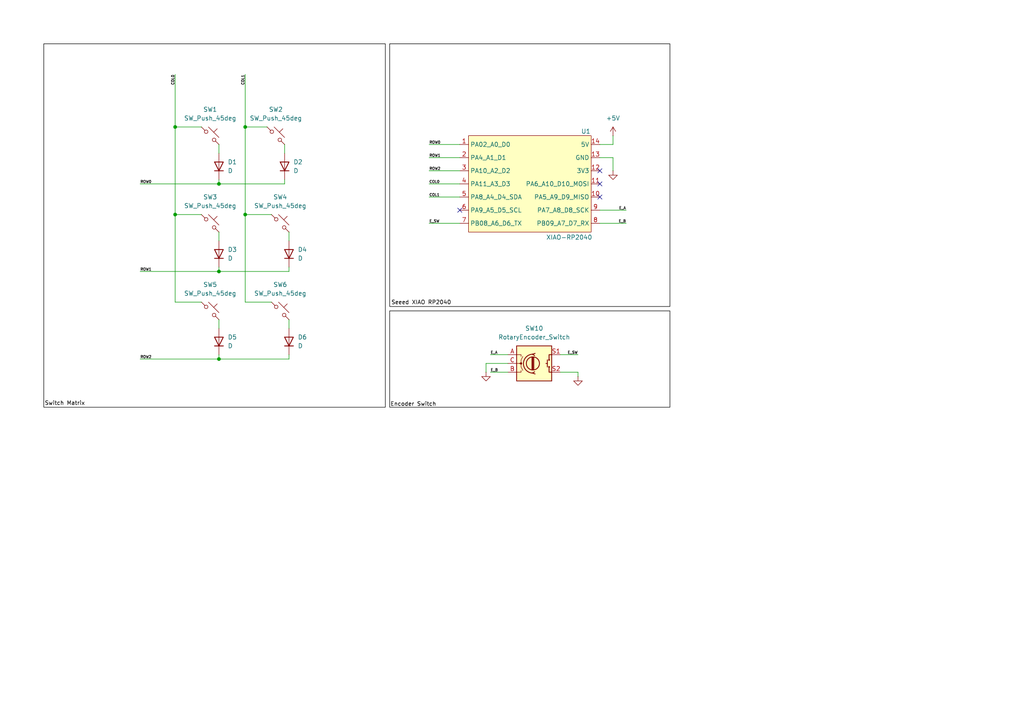
<source format=kicad_sch>
(kicad_sch
	(version 20241209)
	(generator "eeschema")
	(generator_version "9.0")
	(uuid "df12fd71-b76d-4707-b5e8-1ee454bdf959")
	(paper "A4")
	(lib_symbols
		(symbol "Device:D"
			(pin_numbers
				(hide yes)
			)
			(pin_names
				(offset 1.016)
				(hide yes)
			)
			(exclude_from_sim no)
			(in_bom yes)
			(on_board yes)
			(property "Reference" "D"
				(at 0 2.54 0)
				(effects
					(font
						(size 1.27 1.27)
					)
				)
			)
			(property "Value" "D"
				(at 0 -2.54 0)
				(effects
					(font
						(size 1.27 1.27)
					)
				)
			)
			(property "Footprint" ""
				(at 0 0 0)
				(effects
					(font
						(size 1.27 1.27)
					)
					(hide yes)
				)
			)
			(property "Datasheet" "~"
				(at 0 0 0)
				(effects
					(font
						(size 1.27 1.27)
					)
					(hide yes)
				)
			)
			(property "Description" "Diode"
				(at 0 0 0)
				(effects
					(font
						(size 1.27 1.27)
					)
					(hide yes)
				)
			)
			(property "Sim.Device" "D"
				(at 0 0 0)
				(effects
					(font
						(size 1.27 1.27)
					)
					(hide yes)
				)
			)
			(property "Sim.Pins" "1=K 2=A"
				(at 0 0 0)
				(effects
					(font
						(size 1.27 1.27)
					)
					(hide yes)
				)
			)
			(property "ki_keywords" "diode"
				(at 0 0 0)
				(effects
					(font
						(size 1.27 1.27)
					)
					(hide yes)
				)
			)
			(property "ki_fp_filters" "TO-???* *_Diode_* *SingleDiode* D_*"
				(at 0 0 0)
				(effects
					(font
						(size 1.27 1.27)
					)
					(hide yes)
				)
			)
			(symbol "D_0_1"
				(polyline
					(pts
						(xy -1.27 1.27) (xy -1.27 -1.27)
					)
					(stroke
						(width 0.254)
						(type default)
					)
					(fill
						(type none)
					)
				)
				(polyline
					(pts
						(xy 1.27 1.27) (xy 1.27 -1.27) (xy -1.27 0) (xy 1.27 1.27)
					)
					(stroke
						(width 0.254)
						(type default)
					)
					(fill
						(type none)
					)
				)
				(polyline
					(pts
						(xy 1.27 0) (xy -1.27 0)
					)
					(stroke
						(width 0)
						(type default)
					)
					(fill
						(type none)
					)
				)
			)
			(symbol "D_1_1"
				(pin passive line
					(at -3.81 0 0)
					(length 2.54)
					(name "K"
						(effects
							(font
								(size 1.27 1.27)
							)
						)
					)
					(number "1"
						(effects
							(font
								(size 1.27 1.27)
							)
						)
					)
				)
				(pin passive line
					(at 3.81 0 180)
					(length 2.54)
					(name "A"
						(effects
							(font
								(size 1.27 1.27)
							)
						)
					)
					(number "2"
						(effects
							(font
								(size 1.27 1.27)
							)
						)
					)
				)
			)
			(embedded_fonts no)
		)
		(symbol "Device:RotaryEncoder_Switch"
			(pin_names
				(offset 0.254)
				(hide yes)
			)
			(exclude_from_sim no)
			(in_bom yes)
			(on_board yes)
			(property "Reference" "SW"
				(at 0 6.604 0)
				(effects
					(font
						(size 1.27 1.27)
					)
				)
			)
			(property "Value" "RotaryEncoder_Switch"
				(at 0 -6.604 0)
				(effects
					(font
						(size 1.27 1.27)
					)
				)
			)
			(property "Footprint" ""
				(at -3.81 4.064 0)
				(effects
					(font
						(size 1.27 1.27)
					)
					(hide yes)
				)
			)
			(property "Datasheet" "~"
				(at 0 6.604 0)
				(effects
					(font
						(size 1.27 1.27)
					)
					(hide yes)
				)
			)
			(property "Description" "Rotary encoder, dual channel, incremental quadrate outputs, with switch"
				(at 0 0 0)
				(effects
					(font
						(size 1.27 1.27)
					)
					(hide yes)
				)
			)
			(property "ki_keywords" "rotary switch encoder switch push button"
				(at 0 0 0)
				(effects
					(font
						(size 1.27 1.27)
					)
					(hide yes)
				)
			)
			(property "ki_fp_filters" "RotaryEncoder*Switch*"
				(at 0 0 0)
				(effects
					(font
						(size 1.27 1.27)
					)
					(hide yes)
				)
			)
			(symbol "RotaryEncoder_Switch_0_1"
				(rectangle
					(start -5.08 5.08)
					(end 5.08 -5.08)
					(stroke
						(width 0.254)
						(type default)
					)
					(fill
						(type background)
					)
				)
				(polyline
					(pts
						(xy -5.08 2.54) (xy -3.81 2.54) (xy -3.81 2.032)
					)
					(stroke
						(width 0)
						(type default)
					)
					(fill
						(type none)
					)
				)
				(polyline
					(pts
						(xy -5.08 0) (xy -3.81 0) (xy -3.81 -1.016) (xy -3.302 -2.032)
					)
					(stroke
						(width 0)
						(type default)
					)
					(fill
						(type none)
					)
				)
				(polyline
					(pts
						(xy -5.08 -2.54) (xy -3.81 -2.54) (xy -3.81 -2.032)
					)
					(stroke
						(width 0)
						(type default)
					)
					(fill
						(type none)
					)
				)
				(polyline
					(pts
						(xy -4.318 0) (xy -3.81 0) (xy -3.81 1.016) (xy -3.302 2.032)
					)
					(stroke
						(width 0)
						(type default)
					)
					(fill
						(type none)
					)
				)
				(circle
					(center -3.81 0)
					(radius 0.254)
					(stroke
						(width 0)
						(type default)
					)
					(fill
						(type outline)
					)
				)
				(polyline
					(pts
						(xy -0.635 -1.778) (xy -0.635 1.778)
					)
					(stroke
						(width 0.254)
						(type default)
					)
					(fill
						(type none)
					)
				)
				(circle
					(center -0.381 0)
					(radius 1.905)
					(stroke
						(width 0.254)
						(type default)
					)
					(fill
						(type none)
					)
				)
				(polyline
					(pts
						(xy -0.381 -1.778) (xy -0.381 1.778)
					)
					(stroke
						(width 0.254)
						(type default)
					)
					(fill
						(type none)
					)
				)
				(arc
					(start -0.381 -2.794)
					(mid -3.0988 -0.0635)
					(end -0.381 2.667)
					(stroke
						(width 0.254)
						(type default)
					)
					(fill
						(type none)
					)
				)
				(polyline
					(pts
						(xy -0.127 1.778) (xy -0.127 -1.778)
					)
					(stroke
						(width 0.254)
						(type default)
					)
					(fill
						(type none)
					)
				)
				(polyline
					(pts
						(xy 0.254 2.921) (xy -0.508 2.667) (xy 0.127 2.286)
					)
					(stroke
						(width 0.254)
						(type default)
					)
					(fill
						(type none)
					)
				)
				(polyline
					(pts
						(xy 0.254 -3.048) (xy -0.508 -2.794) (xy 0.127 -2.413)
					)
					(stroke
						(width 0.254)
						(type default)
					)
					(fill
						(type none)
					)
				)
				(polyline
					(pts
						(xy 3.81 1.016) (xy 3.81 -1.016)
					)
					(stroke
						(width 0.254)
						(type default)
					)
					(fill
						(type none)
					)
				)
				(polyline
					(pts
						(xy 3.81 0) (xy 3.429 0)
					)
					(stroke
						(width 0.254)
						(type default)
					)
					(fill
						(type none)
					)
				)
				(circle
					(center 4.318 1.016)
					(radius 0.127)
					(stroke
						(width 0.254)
						(type default)
					)
					(fill
						(type none)
					)
				)
				(circle
					(center 4.318 -1.016)
					(radius 0.127)
					(stroke
						(width 0.254)
						(type default)
					)
					(fill
						(type none)
					)
				)
				(polyline
					(pts
						(xy 5.08 2.54) (xy 4.318 2.54) (xy 4.318 1.016)
					)
					(stroke
						(width 0.254)
						(type default)
					)
					(fill
						(type none)
					)
				)
				(polyline
					(pts
						(xy 5.08 -2.54) (xy 4.318 -2.54) (xy 4.318 -1.016)
					)
					(stroke
						(width 0.254)
						(type default)
					)
					(fill
						(type none)
					)
				)
			)
			(symbol "RotaryEncoder_Switch_1_1"
				(pin passive line
					(at -7.62 2.54 0)
					(length 2.54)
					(name "A"
						(effects
							(font
								(size 1.27 1.27)
							)
						)
					)
					(number "A"
						(effects
							(font
								(size 1.27 1.27)
							)
						)
					)
				)
				(pin passive line
					(at -7.62 0 0)
					(length 2.54)
					(name "C"
						(effects
							(font
								(size 1.27 1.27)
							)
						)
					)
					(number "C"
						(effects
							(font
								(size 1.27 1.27)
							)
						)
					)
				)
				(pin passive line
					(at -7.62 -2.54 0)
					(length 2.54)
					(name "B"
						(effects
							(font
								(size 1.27 1.27)
							)
						)
					)
					(number "B"
						(effects
							(font
								(size 1.27 1.27)
							)
						)
					)
				)
				(pin passive line
					(at 7.62 2.54 180)
					(length 2.54)
					(name "S1"
						(effects
							(font
								(size 1.27 1.27)
							)
						)
					)
					(number "S1"
						(effects
							(font
								(size 1.27 1.27)
							)
						)
					)
				)
				(pin passive line
					(at 7.62 -2.54 180)
					(length 2.54)
					(name "S2"
						(effects
							(font
								(size 1.27 1.27)
							)
						)
					)
					(number "S2"
						(effects
							(font
								(size 1.27 1.27)
							)
						)
					)
				)
			)
			(embedded_fonts no)
		)
		(symbol "Switch:SW_Push_45deg"
			(pin_numbers
				(hide yes)
			)
			(pin_names
				(offset 1.016)
				(hide yes)
			)
			(exclude_from_sim no)
			(in_bom yes)
			(on_board yes)
			(property "Reference" "SW"
				(at 3.048 1.016 0)
				(effects
					(font
						(size 1.27 1.27)
					)
					(justify left)
				)
			)
			(property "Value" "SW_Push_45deg"
				(at 0 -3.81 0)
				(effects
					(font
						(size 1.27 1.27)
					)
				)
			)
			(property "Footprint" ""
				(at 0 0 0)
				(effects
					(font
						(size 1.27 1.27)
					)
					(hide yes)
				)
			)
			(property "Datasheet" "~"
				(at 0 0 0)
				(effects
					(font
						(size 1.27 1.27)
					)
					(hide yes)
				)
			)
			(property "Description" "Push button switch, normally open, two pins, 45° tilted"
				(at 0 0 0)
				(effects
					(font
						(size 1.27 1.27)
					)
					(hide yes)
				)
			)
			(property "ki_keywords" "switch normally-open pushbutton push-button"
				(at 0 0 0)
				(effects
					(font
						(size 1.27 1.27)
					)
					(hide yes)
				)
			)
			(symbol "SW_Push_45deg_0_1"
				(polyline
					(pts
						(xy -2.54 2.54) (xy -1.524 1.524) (xy -1.524 1.524)
					)
					(stroke
						(width 0)
						(type default)
					)
					(fill
						(type none)
					)
				)
				(circle
					(center -1.1684 1.1684)
					(radius 0.508)
					(stroke
						(width 0)
						(type default)
					)
					(fill
						(type none)
					)
				)
				(polyline
					(pts
						(xy -0.508 2.54) (xy 2.54 -0.508)
					)
					(stroke
						(width 0)
						(type default)
					)
					(fill
						(type none)
					)
				)
				(polyline
					(pts
						(xy 1.016 1.016) (xy 2.032 2.032)
					)
					(stroke
						(width 0)
						(type default)
					)
					(fill
						(type none)
					)
				)
				(circle
					(center 1.143 -1.1938)
					(radius 0.508)
					(stroke
						(width 0)
						(type default)
					)
					(fill
						(type none)
					)
				)
				(polyline
					(pts
						(xy 1.524 -1.524) (xy 2.54 -2.54) (xy 2.54 -2.54) (xy 2.54 -2.54)
					)
					(stroke
						(width 0)
						(type default)
					)
					(fill
						(type none)
					)
				)
				(pin passive line
					(at -2.54 2.54 0)
					(length 0)
					(name "1"
						(effects
							(font
								(size 1.27 1.27)
							)
						)
					)
					(number "1"
						(effects
							(font
								(size 1.27 1.27)
							)
						)
					)
				)
				(pin passive line
					(at 2.54 -2.54 180)
					(length 0)
					(name "2"
						(effects
							(font
								(size 1.27 1.27)
							)
						)
					)
					(number "2"
						(effects
							(font
								(size 1.27 1.27)
							)
						)
					)
				)
			)
			(embedded_fonts no)
		)
		(symbol "XIAO_RP2040:MOUDLE-SEEEDUINO-XIAO"
			(exclude_from_sim no)
			(in_bom yes)
			(on_board yes)
			(property "Reference" "U1"
				(at 17.526 13.97 0)
				(effects
					(font
						(size 1.27 1.27)
					)
				)
			)
			(property "Value" "XIAO-RP2040"
				(at 12.7 -16.764 0)
				(effects
					(font
						(size 1.27 1.27)
					)
				)
			)
			(property "Footprint" ""
				(at -16.51 2.54 0)
				(effects
					(font
						(size 1.27 1.27)
					)
					(hide yes)
				)
			)
			(property "Datasheet" ""
				(at -16.51 2.54 0)
				(effects
					(font
						(size 1.27 1.27)
					)
					(hide yes)
				)
			)
			(property "Description" ""
				(at 0 0 0)
				(effects
					(font
						(size 1.27 1.27)
					)
					(hide yes)
				)
			)
			(symbol "MOUDLE-SEEEDUINO-XIAO_1_1"
				(rectangle
					(start -16.51 12.7)
					(end 19.05 -15.24)
					(stroke
						(width 0)
						(type default)
					)
					(fill
						(type background)
					)
				)
				(pin bidirectional line
					(at -19.05 10.16 0)
					(length 2.54)
					(name "PA02_A0_D0"
						(effects
							(font
								(size 1.27 1.27)
							)
						)
					)
					(number "1"
						(effects
							(font
								(size 1.27 1.27)
							)
						)
					)
				)
				(pin bidirectional line
					(at -19.05 6.35 0)
					(length 2.54)
					(name "PA4_A1_D1"
						(effects
							(font
								(size 1.27 1.27)
							)
						)
					)
					(number "2"
						(effects
							(font
								(size 1.27 1.27)
							)
						)
					)
				)
				(pin bidirectional line
					(at -19.05 2.54 0)
					(length 2.54)
					(name "PA10_A2_D2"
						(effects
							(font
								(size 1.27 1.27)
							)
						)
					)
					(number "3"
						(effects
							(font
								(size 1.27 1.27)
							)
						)
					)
				)
				(pin bidirectional line
					(at -19.05 -1.27 0)
					(length 2.54)
					(name "PA11_A3_D3"
						(effects
							(font
								(size 1.27 1.27)
							)
						)
					)
					(number "4"
						(effects
							(font
								(size 1.27 1.27)
							)
						)
					)
				)
				(pin bidirectional line
					(at -19.05 -5.08 0)
					(length 2.54)
					(name "PA8_A4_D4_SDA"
						(effects
							(font
								(size 1.27 1.27)
							)
						)
					)
					(number "5"
						(effects
							(font
								(size 1.27 1.27)
							)
						)
					)
				)
				(pin bidirectional line
					(at -19.05 -8.89 0)
					(length 2.54)
					(name "PA9_A5_D5_SCL"
						(effects
							(font
								(size 1.27 1.27)
							)
						)
					)
					(number "6"
						(effects
							(font
								(size 1.27 1.27)
							)
						)
					)
				)
				(pin bidirectional line
					(at -19.05 -12.7 0)
					(length 2.54)
					(name "PB08_A6_D6_TX"
						(effects
							(font
								(size 1.27 1.27)
							)
						)
					)
					(number "7"
						(effects
							(font
								(size 1.27 1.27)
							)
						)
					)
				)
				(pin passive line
					(at 21.59 10.16 180)
					(length 2.54)
					(name "5V"
						(effects
							(font
								(size 1.27 1.27)
							)
						)
					)
					(number "14"
						(effects
							(font
								(size 1.27 1.27)
							)
						)
					)
				)
				(pin passive line
					(at 21.59 6.35 180)
					(length 2.54)
					(name "GND"
						(effects
							(font
								(size 1.27 1.27)
							)
						)
					)
					(number "13"
						(effects
							(font
								(size 1.27 1.27)
							)
						)
					)
				)
				(pin passive line
					(at 21.59 2.54 180)
					(length 2.54)
					(name "3V3"
						(effects
							(font
								(size 1.27 1.27)
							)
						)
					)
					(number "12"
						(effects
							(font
								(size 1.27 1.27)
							)
						)
					)
				)
				(pin bidirectional line
					(at 21.59 -1.27 180)
					(length 2.54)
					(name "PA6_A10_D10_MOSI"
						(effects
							(font
								(size 1.27 1.27)
							)
						)
					)
					(number "11"
						(effects
							(font
								(size 1.27 1.27)
							)
						)
					)
				)
				(pin bidirectional line
					(at 21.59 -5.08 180)
					(length 2.54)
					(name "PA5_A9_D9_MISO"
						(effects
							(font
								(size 1.27 1.27)
							)
						)
					)
					(number "10"
						(effects
							(font
								(size 1.27 1.27)
							)
						)
					)
				)
				(pin bidirectional line
					(at 21.59 -8.89 180)
					(length 2.54)
					(name "PA7_A8_D8_SCK"
						(effects
							(font
								(size 1.27 1.27)
							)
						)
					)
					(number "9"
						(effects
							(font
								(size 1.27 1.27)
							)
						)
					)
				)
				(pin bidirectional line
					(at 21.59 -12.7 180)
					(length 2.54)
					(name "PB09_A7_D7_RX"
						(effects
							(font
								(size 1.27 1.27)
							)
						)
					)
					(number "8"
						(effects
							(font
								(size 1.27 1.27)
							)
						)
					)
				)
			)
			(embedded_fonts no)
		)
		(symbol "power:+5V"
			(power)
			(pin_numbers
				(hide yes)
			)
			(pin_names
				(offset 0)
				(hide yes)
			)
			(exclude_from_sim no)
			(in_bom yes)
			(on_board yes)
			(property "Reference" "#PWR"
				(at 0 -3.81 0)
				(effects
					(font
						(size 1.27 1.27)
					)
					(hide yes)
				)
			)
			(property "Value" "+5V"
				(at 0 3.556 0)
				(effects
					(font
						(size 1.27 1.27)
					)
				)
			)
			(property "Footprint" ""
				(at 0 0 0)
				(effects
					(font
						(size 1.27 1.27)
					)
					(hide yes)
				)
			)
			(property "Datasheet" ""
				(at 0 0 0)
				(effects
					(font
						(size 1.27 1.27)
					)
					(hide yes)
				)
			)
			(property "Description" "Power symbol creates a global label with name \"+5V\""
				(at 0 0 0)
				(effects
					(font
						(size 1.27 1.27)
					)
					(hide yes)
				)
			)
			(property "ki_keywords" "global power"
				(at 0 0 0)
				(effects
					(font
						(size 1.27 1.27)
					)
					(hide yes)
				)
			)
			(symbol "+5V_0_1"
				(polyline
					(pts
						(xy -0.762 1.27) (xy 0 2.54)
					)
					(stroke
						(width 0)
						(type default)
					)
					(fill
						(type none)
					)
				)
				(polyline
					(pts
						(xy 0 2.54) (xy 0.762 1.27)
					)
					(stroke
						(width 0)
						(type default)
					)
					(fill
						(type none)
					)
				)
				(polyline
					(pts
						(xy 0 0) (xy 0 2.54)
					)
					(stroke
						(width 0)
						(type default)
					)
					(fill
						(type none)
					)
				)
			)
			(symbol "+5V_1_1"
				(pin power_in line
					(at 0 0 90)
					(length 0)
					(name "~"
						(effects
							(font
								(size 1.27 1.27)
							)
						)
					)
					(number "1"
						(effects
							(font
								(size 1.27 1.27)
							)
						)
					)
				)
			)
			(embedded_fonts no)
		)
		(symbol "power:GND"
			(power)
			(pin_numbers
				(hide yes)
			)
			(pin_names
				(offset 0)
				(hide yes)
			)
			(exclude_from_sim no)
			(in_bom yes)
			(on_board yes)
			(property "Reference" "#PWR"
				(at 0 -6.35 0)
				(effects
					(font
						(size 1.27 1.27)
					)
					(hide yes)
				)
			)
			(property "Value" "GND"
				(at 0 -3.81 0)
				(effects
					(font
						(size 1.27 1.27)
					)
				)
			)
			(property "Footprint" ""
				(at 0 0 0)
				(effects
					(font
						(size 1.27 1.27)
					)
					(hide yes)
				)
			)
			(property "Datasheet" ""
				(at 0 0 0)
				(effects
					(font
						(size 1.27 1.27)
					)
					(hide yes)
				)
			)
			(property "Description" "Power symbol creates a global label with name \"GND\" , ground"
				(at 0 0 0)
				(effects
					(font
						(size 1.27 1.27)
					)
					(hide yes)
				)
			)
			(property "ki_keywords" "global power"
				(at 0 0 0)
				(effects
					(font
						(size 1.27 1.27)
					)
					(hide yes)
				)
			)
			(symbol "GND_0_1"
				(polyline
					(pts
						(xy 0 0) (xy 0 -1.27) (xy 1.27 -1.27) (xy 0 -2.54) (xy -1.27 -1.27) (xy 0 -1.27)
					)
					(stroke
						(width 0)
						(type default)
					)
					(fill
						(type none)
					)
				)
			)
			(symbol "GND_1_1"
				(pin power_in line
					(at 0 0 270)
					(length 0)
					(name "~"
						(effects
							(font
								(size 1.27 1.27)
							)
						)
					)
					(number "1"
						(effects
							(font
								(size 1.27 1.27)
							)
						)
					)
				)
			)
			(embedded_fonts no)
		)
	)
	(rectangle
		(start 12.7 12.7)
		(end 111.76 118.11)
		(stroke
			(width 0)
			(type default)
			(color 5 5 5 1)
		)
		(fill
			(type none)
		)
		(uuid c5c9bfb0-1ef2-4627-abbc-2aa790410cec)
	)
	(rectangle
		(start 113.03 90.17)
		(end 194.31 118.11)
		(stroke
			(width 0)
			(type default)
			(color 0 0 0 1)
		)
		(fill
			(type none)
		)
		(uuid ebe31d0e-ff3b-4d0a-8883-28e1ccc1133c)
	)
	(rectangle
		(start 113.03 12.7)
		(end 194.31 88.9)
		(stroke
			(width 0)
			(type default)
			(color 0 0 0 1)
		)
		(fill
			(type none)
		)
		(uuid fbe37df0-3c9b-45ac-beb6-e581fcb0e56c)
	)
	(text "Seeed XIAO RP2040"
		(exclude_from_sim no)
		(at 122.174 87.884 0)
		(effects
			(font
				(size 1.143 1.143)
				(color 5 5 5 1)
			)
		)
		(uuid "01f3e1b6-44fd-48da-8c95-43c5cf3a7ac1")
	)
	(text "Encoder Switch"
		(exclude_from_sim no)
		(at 119.888 117.348 0)
		(effects
			(font
				(size 1.143 1.143)
				(color 5 5 5 1)
			)
		)
		(uuid "501c237e-629b-4bf9-a50f-f013e6a35aa5")
	)
	(text "Switch Matrix"
		(exclude_from_sim no)
		(at 18.796 117.094 0)
		(effects
			(font
				(size 1.143 1.143)
				(color 5 5 5 1)
			)
		)
		(uuid "d495e90b-636b-41c9-bc75-26d92e869bf2")
	)
	(junction
		(at 63.5 78.74)
		(diameter 0)
		(color 0 0 0 0)
		(uuid "0440f877-c898-48f2-94ae-41ce4e121114")
	)
	(junction
		(at 50.8 36.83)
		(diameter 0)
		(color 0 0 0 0)
		(uuid "18e41207-e22b-49a5-af2b-2c795421ed61")
	)
	(junction
		(at 50.8 62.23)
		(diameter 0)
		(color 0 0 0 0)
		(uuid "37ed875b-da3a-4781-9621-2da3a7e4ff84")
	)
	(junction
		(at 71.12 62.23)
		(diameter 0)
		(color 0 0 0 0)
		(uuid "7b017415-c0aa-4516-99b0-0698741c9f56")
	)
	(junction
		(at 71.12 36.83)
		(diameter 0)
		(color 0 0 0 0)
		(uuid "84cd9805-8403-476c-8420-5cdeda65a5b3")
	)
	(junction
		(at 63.5 104.14)
		(diameter 0)
		(color 0 0 0 0)
		(uuid "a5fcd9b9-8e51-4198-9872-34b010b3dfd9")
	)
	(junction
		(at 63.5 53.34)
		(diameter 0)
		(color 0 0 0 0)
		(uuid "b1f2facf-b6b0-49a3-8712-eca1175e7c8c")
	)
	(no_connect
		(at 173.99 57.15)
		(uuid "2bf7134e-0e17-4d98-bf09-ac15730d8e86")
	)
	(no_connect
		(at 173.99 53.34)
		(uuid "38fdd1db-3b9e-47e2-846b-d88c3f351e1e")
	)
	(no_connect
		(at 173.99 49.53)
		(uuid "7c4315da-d8fd-40ac-bd77-598baa815ae1")
	)
	(no_connect
		(at 133.35 60.96)
		(uuid "8942c1f9-2a54-4b5a-95a4-23f9beff3e05")
	)
	(wire
		(pts
			(xy 40.64 78.74) (xy 63.5 78.74)
		)
		(stroke
			(width 0)
			(type default)
		)
		(uuid "011741b5-c564-4e89-8fb8-91725b42a557")
	)
	(wire
		(pts
			(xy 142.24 102.87) (xy 147.32 102.87)
		)
		(stroke
			(width 0)
			(type default)
		)
		(uuid "025aa005-b6c1-49df-8805-ef1c550f29e7")
	)
	(wire
		(pts
			(xy 63.5 92.71) (xy 63.5 95.25)
		)
		(stroke
			(width 0)
			(type default)
		)
		(uuid "02bd3f69-6f4a-433c-b3a4-b355434a1113")
	)
	(wire
		(pts
			(xy 167.64 107.95) (xy 167.64 109.22)
		)
		(stroke
			(width 0)
			(type default)
		)
		(uuid "0441ed1d-c37a-4259-bd64-a7e232970913")
	)
	(wire
		(pts
			(xy 63.5 52.07) (xy 63.5 53.34)
		)
		(stroke
			(width 0)
			(type default)
		)
		(uuid "0e1af6b3-7ac5-4546-8014-8efca76c1d02")
	)
	(wire
		(pts
			(xy 124.46 45.72) (xy 133.35 45.72)
		)
		(stroke
			(width 0)
			(type default)
		)
		(uuid "10a0d5f3-4482-4054-aa15-d87002740636")
	)
	(wire
		(pts
			(xy 162.56 102.87) (xy 167.64 102.87)
		)
		(stroke
			(width 0)
			(type default)
		)
		(uuid "14bddde5-f40b-497c-9e07-110ee205adfc")
	)
	(wire
		(pts
			(xy 83.82 102.87) (xy 83.82 104.14)
		)
		(stroke
			(width 0)
			(type default)
		)
		(uuid "1eedcb77-bb6f-489f-831f-ec6b6355da88")
	)
	(wire
		(pts
			(xy 63.5 77.47) (xy 63.5 78.74)
		)
		(stroke
			(width 0)
			(type default)
		)
		(uuid "1fc19633-225b-4fd9-bd4f-a66f5e9aea55")
	)
	(wire
		(pts
			(xy 63.5 102.87) (xy 63.5 104.14)
		)
		(stroke
			(width 0)
			(type default)
		)
		(uuid "25aa21b4-f119-4258-9bdf-9c18e79a19eb")
	)
	(wire
		(pts
			(xy 173.99 41.91) (xy 177.8 41.91)
		)
		(stroke
			(width 0)
			(type default)
		)
		(uuid "263bc5e7-2179-46cc-8932-9f24a19da838")
	)
	(wire
		(pts
			(xy 50.8 36.83) (xy 50.8 62.23)
		)
		(stroke
			(width 0)
			(type default)
		)
		(uuid "2a51f6a9-60e7-42bf-addb-1bb259c00e7d")
	)
	(wire
		(pts
			(xy 177.8 39.37) (xy 177.8 41.91)
		)
		(stroke
			(width 0)
			(type default)
		)
		(uuid "3602e407-c55f-4d08-922d-c8cd7bae954d")
	)
	(wire
		(pts
			(xy 50.8 62.23) (xy 58.42 62.23)
		)
		(stroke
			(width 0)
			(type default)
		)
		(uuid "3a45bf5b-7f60-419e-94de-1104976a7491")
	)
	(wire
		(pts
			(xy 50.8 62.23) (xy 50.8 87.63)
		)
		(stroke
			(width 0)
			(type default)
		)
		(uuid "40b7b679-155a-4cdf-bcde-65945ceab90d")
	)
	(wire
		(pts
			(xy 173.99 60.96) (xy 181.61 60.96)
		)
		(stroke
			(width 0)
			(type default)
		)
		(uuid "4ac7678a-525b-4462-93a2-740feedd2d16")
	)
	(wire
		(pts
			(xy 124.46 57.15) (xy 133.35 57.15)
		)
		(stroke
			(width 0)
			(type default)
		)
		(uuid "4b0277dc-623b-47b1-8de1-b5b98f9027f8")
	)
	(wire
		(pts
			(xy 71.12 62.23) (xy 71.12 87.63)
		)
		(stroke
			(width 0)
			(type default)
		)
		(uuid "4e76f7a0-d093-4744-9eaf-a143afb219d3")
	)
	(wire
		(pts
			(xy 50.8 36.83) (xy 58.42 36.83)
		)
		(stroke
			(width 0)
			(type default)
		)
		(uuid "5bddafdd-d471-4d39-9961-d9acd864cffc")
	)
	(wire
		(pts
			(xy 71.12 87.63) (xy 78.74 87.63)
		)
		(stroke
			(width 0)
			(type default)
		)
		(uuid "5f2555d0-7c68-4fe8-8883-81284b7cf455")
	)
	(wire
		(pts
			(xy 83.82 67.31) (xy 83.82 69.85)
		)
		(stroke
			(width 0)
			(type default)
		)
		(uuid "61fc1b59-8010-4f4f-b416-b1442b95a8df")
	)
	(wire
		(pts
			(xy 71.12 21.59) (xy 71.12 36.83)
		)
		(stroke
			(width 0)
			(type default)
		)
		(uuid "6380fda9-9de2-4976-9118-acb425c8ad88")
	)
	(wire
		(pts
			(xy 124.46 53.34) (xy 133.35 53.34)
		)
		(stroke
			(width 0)
			(type default)
		)
		(uuid "642abd45-f3fc-4278-8577-88753e5cc615")
	)
	(wire
		(pts
			(xy 124.46 49.53) (xy 133.35 49.53)
		)
		(stroke
			(width 0)
			(type default)
		)
		(uuid "6692fafb-ca69-41fb-bb30-3df83b1e3f96")
	)
	(wire
		(pts
			(xy 177.8 45.72) (xy 177.8 49.53)
		)
		(stroke
			(width 0)
			(type default)
		)
		(uuid "74780c2c-b446-44a1-8247-f127926bd319")
	)
	(wire
		(pts
			(xy 83.82 92.71) (xy 83.82 95.25)
		)
		(stroke
			(width 0)
			(type default)
		)
		(uuid "8b11f30c-5869-4297-a127-ca7fa88559d0")
	)
	(wire
		(pts
			(xy 147.32 105.41) (xy 140.97 105.41)
		)
		(stroke
			(width 0)
			(type default)
		)
		(uuid "9072ff9e-da2b-43c1-99cd-721248ed6298")
	)
	(wire
		(pts
			(xy 63.5 104.14) (xy 83.82 104.14)
		)
		(stroke
			(width 0)
			(type default)
		)
		(uuid "93ddad44-b9d6-4c11-b178-fe8622d8d88c")
	)
	(wire
		(pts
			(xy 40.64 104.14) (xy 63.5 104.14)
		)
		(stroke
			(width 0)
			(type default)
		)
		(uuid "a98dd9ed-de86-4a1b-85b4-f1eddcb2581c")
	)
	(wire
		(pts
			(xy 63.5 41.91) (xy 63.5 44.45)
		)
		(stroke
			(width 0)
			(type default)
		)
		(uuid "ad74f12c-ba69-42e5-b430-0d2916d286bb")
	)
	(wire
		(pts
			(xy 82.55 52.07) (xy 82.55 53.34)
		)
		(stroke
			(width 0)
			(type default)
		)
		(uuid "ba3f9e45-f2d7-41d4-9b61-96f02cdd91a5")
	)
	(wire
		(pts
			(xy 83.82 77.47) (xy 83.82 78.74)
		)
		(stroke
			(width 0)
			(type default)
		)
		(uuid "bd83a704-6fad-4f0d-a88a-6e697d4a8db6")
	)
	(wire
		(pts
			(xy 77.47 36.83) (xy 71.12 36.83)
		)
		(stroke
			(width 0)
			(type default)
		)
		(uuid "be940b94-8692-4056-bbec-8e1da9076879")
	)
	(wire
		(pts
			(xy 71.12 36.83) (xy 71.12 62.23)
		)
		(stroke
			(width 0)
			(type default)
		)
		(uuid "bff73442-2f81-493c-9f4b-c4420f81f94b")
	)
	(wire
		(pts
			(xy 142.24 107.95) (xy 147.32 107.95)
		)
		(stroke
			(width 0)
			(type default)
		)
		(uuid "c491cc54-9db2-49f2-aa75-66bc7d5e7abf")
	)
	(wire
		(pts
			(xy 63.5 67.31) (xy 63.5 69.85)
		)
		(stroke
			(width 0)
			(type default)
		)
		(uuid "c61a7815-d18d-4ee3-ae86-d804eef40798")
	)
	(wire
		(pts
			(xy 124.46 41.91) (xy 133.35 41.91)
		)
		(stroke
			(width 0)
			(type default)
		)
		(uuid "c6e75f78-b17e-4866-a491-945fcb6ff5ff")
	)
	(wire
		(pts
			(xy 50.8 87.63) (xy 58.42 87.63)
		)
		(stroke
			(width 0)
			(type default)
		)
		(uuid "cad1c943-89db-48df-a824-bc03d127825a")
	)
	(wire
		(pts
			(xy 173.99 64.77) (xy 181.61 64.77)
		)
		(stroke
			(width 0)
			(type default)
		)
		(uuid "cbceb457-6826-4c73-83ef-93322c22d6ae")
	)
	(wire
		(pts
			(xy 40.64 53.34) (xy 63.5 53.34)
		)
		(stroke
			(width 0)
			(type default)
		)
		(uuid "d27ddde5-78db-4850-8893-affe296da0fb")
	)
	(wire
		(pts
			(xy 71.12 62.23) (xy 78.74 62.23)
		)
		(stroke
			(width 0)
			(type default)
		)
		(uuid "d600be4a-7db2-4d05-a941-816bba002006")
	)
	(wire
		(pts
			(xy 162.56 107.95) (xy 167.64 107.95)
		)
		(stroke
			(width 0)
			(type default)
		)
		(uuid "eb3d97fd-7216-4ded-a5f1-a64e985096af")
	)
	(wire
		(pts
			(xy 124.46 64.77) (xy 133.35 64.77)
		)
		(stroke
			(width 0)
			(type default)
		)
		(uuid "ebbf392c-29dc-402b-963c-be804f3583b6")
	)
	(wire
		(pts
			(xy 63.5 78.74) (xy 83.82 78.74)
		)
		(stroke
			(width 0)
			(type default)
		)
		(uuid "f42d9005-d0c5-4ab0-992d-021daedb7362")
	)
	(wire
		(pts
			(xy 63.5 53.34) (xy 82.55 53.34)
		)
		(stroke
			(width 0)
			(type default)
		)
		(uuid "f543d2cf-d64b-4edd-bffe-a929eb2c6045")
	)
	(wire
		(pts
			(xy 50.8 21.59) (xy 50.8 36.83)
		)
		(stroke
			(width 0)
			(type default)
		)
		(uuid "fc056a97-7b7a-4a01-a774-dd6772454d6a")
	)
	(wire
		(pts
			(xy 140.97 105.41) (xy 140.97 107.95)
		)
		(stroke
			(width 0)
			(type default)
		)
		(uuid "fcb0548b-03aa-4a3f-9c95-cac1dab49bc0")
	)
	(wire
		(pts
			(xy 173.99 45.72) (xy 177.8 45.72)
		)
		(stroke
			(width 0)
			(type default)
		)
		(uuid "fd6f08b4-fdc6-430e-8628-a01bf0d97b22")
	)
	(wire
		(pts
			(xy 82.55 41.91) (xy 82.55 44.45)
		)
		(stroke
			(width 0)
			(type default)
		)
		(uuid "fec4d998-b929-41c8-b61d-2c53f382adc0")
	)
	(label "COL0"
		(at 50.8 21.59 270)
		(effects
			(font
				(size 0.762 0.762)
			)
			(justify right bottom)
		)
		(uuid "046823e2-3a47-41f9-86d3-64dd442a8f50")
	)
	(label "E_B"
		(at 181.61 64.77 180)
		(effects
			(font
				(size 0.762 0.762)
			)
			(justify right bottom)
		)
		(uuid "0c60ec8f-f18b-491b-ba5f-4617b784f700")
	)
	(label "ROW1"
		(at 124.46 45.72 0)
		(effects
			(font
				(size 0.762 0.762)
			)
			(justify left bottom)
		)
		(uuid "50340252-b60c-4119-b131-291185b88469")
	)
	(label "ROW0"
		(at 40.64 53.34 0)
		(effects
			(font
				(size 0.762 0.762)
			)
			(justify left bottom)
		)
		(uuid "52aa075d-a4df-4350-b489-e68716187e5e")
	)
	(label "E_A"
		(at 181.61 60.96 180)
		(effects
			(font
				(size 0.762 0.762)
			)
			(justify right bottom)
		)
		(uuid "5be58392-c6af-404d-86d6-f48112987375")
	)
	(label "COL1"
		(at 124.46 57.15 0)
		(effects
			(font
				(size 0.762 0.762)
			)
			(justify left bottom)
		)
		(uuid "65fea15d-9370-4dff-9115-b4dce5f05af1")
	)
	(label "E_B"
		(at 142.24 107.95 0)
		(effects
			(font
				(size 0.762 0.762)
			)
			(justify left bottom)
		)
		(uuid "666d48cb-4aa7-4b28-9ebc-67d7b8328cbc")
	)
	(label "E_A"
		(at 142.24 102.87 0)
		(effects
			(font
				(size 0.762 0.762)
			)
			(justify left bottom)
		)
		(uuid "73113360-5f03-41d8-8ca1-a92e824ee018")
	)
	(label "COL1"
		(at 71.12 21.59 270)
		(effects
			(font
				(size 0.762 0.762)
			)
			(justify right bottom)
		)
		(uuid "85a5e35d-27ba-411d-9806-493636d4c46d")
	)
	(label "COL0"
		(at 124.46 53.34 0)
		(effects
			(font
				(size 0.762 0.762)
			)
			(justify left bottom)
		)
		(uuid "a3ad0622-add2-40ef-ac42-68e40c036914")
	)
	(label "ROW1"
		(at 40.64 78.74 0)
		(effects
			(font
				(size 0.762 0.762)
			)
			(justify left bottom)
		)
		(uuid "ad94a591-57c0-41ed-8661-52b77cb47290")
	)
	(label "E_SW"
		(at 167.64 102.87 180)
		(effects
			(font
				(size 0.762 0.762)
			)
			(justify right bottom)
		)
		(uuid "c411a22e-a43b-42fa-9471-5fe96d1b0ded")
	)
	(label "ROW2"
		(at 40.64 104.14 0)
		(effects
			(font
				(size 0.762 0.762)
			)
			(justify left bottom)
		)
		(uuid "d0fb6d18-ce4f-4adc-b00b-5877aa9edb6e")
	)
	(label "E_SW"
		(at 124.46 64.77 0)
		(effects
			(font
				(size 0.762 0.762)
			)
			(justify left bottom)
		)
		(uuid "d652a54f-e36a-4eee-a8de-3cf0b3b00d2f")
	)
	(label "ROW2"
		(at 124.46 49.53 0)
		(effects
			(font
				(size 0.762 0.762)
			)
			(justify left bottom)
		)
		(uuid "db928065-2714-44f3-b16a-b5c2e0ffdf12")
	)
	(label "ROW0"
		(at 124.46 41.91 0)
		(effects
			(font
				(size 0.762 0.762)
			)
			(justify left bottom)
		)
		(uuid "ef802c91-aed2-43cf-a879-7621827e4dca")
	)
	(symbol
		(lib_id "power:GND")
		(at 167.64 109.22 0)
		(unit 1)
		(exclude_from_sim no)
		(in_bom yes)
		(on_board yes)
		(dnp no)
		(fields_autoplaced yes)
		(uuid "066fbebc-3b5d-4de3-88bb-2c2ff00e2557")
		(property "Reference" "#PWR04"
			(at 167.64 115.57 0)
			(effects
				(font
					(size 1.27 1.27)
				)
				(hide yes)
			)
		)
		(property "Value" "GND"
			(at 167.64 114.3 0)
			(effects
				(font
					(size 1.27 1.27)
				)
				(hide yes)
			)
		)
		(property "Footprint" ""
			(at 167.64 109.22 0)
			(effects
				(font
					(size 1.27 1.27)
				)
				(hide yes)
			)
		)
		(property "Datasheet" ""
			(at 167.64 109.22 0)
			(effects
				(font
					(size 1.27 1.27)
				)
				(hide yes)
			)
		)
		(property "Description" "Power symbol creates a global label with name \"GND\" , ground"
			(at 167.64 109.22 0)
			(effects
				(font
					(size 1.27 1.27)
				)
				(hide yes)
			)
		)
		(pin "1"
			(uuid "0bb865e1-94ca-4cbb-bd78-dc4597ff3738")
		)
		(instances
			(project "hackpad2"
				(path "/df12fd71-b76d-4707-b5e8-1ee454bdf959"
					(reference "#PWR04")
					(unit 1)
				)
			)
		)
	)
	(symbol
		(lib_id "Device:D")
		(at 63.5 99.06 90)
		(unit 1)
		(exclude_from_sim no)
		(in_bom yes)
		(on_board yes)
		(dnp no)
		(fields_autoplaced yes)
		(uuid "40a6022a-de33-472b-a7bb-156abcccfdf3")
		(property "Reference" "D5"
			(at 66.04 97.7899 90)
			(effects
				(font
					(size 1.27 1.27)
				)
				(justify right)
			)
		)
		(property "Value" "D"
			(at 66.04 100.3299 90)
			(effects
				(font
					(size 1.27 1.27)
				)
				(justify right)
			)
		)
		(property "Footprint" "MMSD4148T1G:SOD3716X135N"
			(at 63.5 99.06 0)
			(effects
				(font
					(size 1.27 1.27)
				)
				(hide yes)
			)
		)
		(property "Datasheet" "~"
			(at 63.5 99.06 0)
			(effects
				(font
					(size 1.27 1.27)
				)
				(hide yes)
			)
		)
		(property "Description" "Diode"
			(at 63.5 99.06 0)
			(effects
				(font
					(size 1.27 1.27)
				)
				(hide yes)
			)
		)
		(property "Sim.Device" "D"
			(at 63.5 99.06 0)
			(effects
				(font
					(size 1.27 1.27)
				)
				(hide yes)
			)
		)
		(property "Sim.Pins" "1=K 2=A"
			(at 63.5 99.06 0)
			(effects
				(font
					(size 1.27 1.27)
				)
				(hide yes)
			)
		)
		(pin "2"
			(uuid "23863b79-01e7-451f-b31a-fca344038983")
		)
		(pin "1"
			(uuid "fd2ef2cf-c681-4861-839e-6a5b6db95a2a")
		)
		(instances
			(project "hackpad2"
				(path "/df12fd71-b76d-4707-b5e8-1ee454bdf959"
					(reference "D5")
					(unit 1)
				)
			)
		)
	)
	(symbol
		(lib_id "Device:D")
		(at 83.82 99.06 90)
		(unit 1)
		(exclude_from_sim no)
		(in_bom yes)
		(on_board yes)
		(dnp no)
		(fields_autoplaced yes)
		(uuid "4d33f8f0-f572-4311-bc4c-17385cb57178")
		(property "Reference" "D6"
			(at 86.36 97.7899 90)
			(effects
				(font
					(size 1.27 1.27)
				)
				(justify right)
			)
		)
		(property "Value" "D"
			(at 86.36 100.3299 90)
			(effects
				(font
					(size 1.27 1.27)
				)
				(justify right)
			)
		)
		(property "Footprint" "MMSD4148T1G:SOD3716X135N"
			(at 83.82 99.06 0)
			(effects
				(font
					(size 1.27 1.27)
				)
				(hide yes)
			)
		)
		(property "Datasheet" "~"
			(at 83.82 99.06 0)
			(effects
				(font
					(size 1.27 1.27)
				)
				(hide yes)
			)
		)
		(property "Description" "Diode"
			(at 83.82 99.06 0)
			(effects
				(font
					(size 1.27 1.27)
				)
				(hide yes)
			)
		)
		(property "Sim.Device" "D"
			(at 83.82 99.06 0)
			(effects
				(font
					(size 1.27 1.27)
				)
				(hide yes)
			)
		)
		(property "Sim.Pins" "1=K 2=A"
			(at 83.82 99.06 0)
			(effects
				(font
					(size 1.27 1.27)
				)
				(hide yes)
			)
		)
		(pin "2"
			(uuid "41460775-a075-4f6d-b664-bb7354ab2ca2")
		)
		(pin "1"
			(uuid "aba6c7c1-1305-4c2a-b331-93ff0fd425cb")
		)
		(instances
			(project "hackpad2"
				(path "/df12fd71-b76d-4707-b5e8-1ee454bdf959"
					(reference "D6")
					(unit 1)
				)
			)
		)
	)
	(symbol
		(lib_id "Switch:SW_Push_45deg")
		(at 80.01 39.37 0)
		(unit 1)
		(exclude_from_sim no)
		(in_bom yes)
		(on_board yes)
		(dnp no)
		(fields_autoplaced yes)
		(uuid "5bc6637b-6dee-4630-b0ad-60b24f8b7014")
		(property "Reference" "SW2"
			(at 80.01 31.75 0)
			(effects
				(font
					(size 1.27 1.27)
				)
			)
		)
		(property "Value" "SW_Push_45deg"
			(at 80.01 34.29 0)
			(effects
				(font
					(size 1.27 1.27)
				)
			)
		)
		(property "Footprint" "Button_Switch_Keyboard:SW_Cherry_MX_1.00u_PCB"
			(at 80.01 39.37 0)
			(effects
				(font
					(size 1.27 1.27)
				)
				(hide yes)
			)
		)
		(property "Datasheet" "~"
			(at 80.01 39.37 0)
			(effects
				(font
					(size 1.27 1.27)
				)
				(hide yes)
			)
		)
		(property "Description" "Push button switch, normally open, two pins, 45° tilted"
			(at 80.01 39.37 0)
			(effects
				(font
					(size 1.27 1.27)
				)
				(hide yes)
			)
		)
		(pin "2"
			(uuid "0795fe33-ab65-4ee8-89d2-13183b48a8ff")
		)
		(pin "1"
			(uuid "afaae413-fa08-4913-8800-e3f8d4f345ef")
		)
		(instances
			(project "hackpad2"
				(path "/df12fd71-b76d-4707-b5e8-1ee454bdf959"
					(reference "SW2")
					(unit 1)
				)
			)
		)
	)
	(symbol
		(lib_id "Switch:SW_Push_45deg")
		(at 60.96 90.17 0)
		(unit 1)
		(exclude_from_sim no)
		(in_bom yes)
		(on_board yes)
		(dnp no)
		(fields_autoplaced yes)
		(uuid "6ef319c5-4aac-4b05-8e7d-846d2e47a1b0")
		(property "Reference" "SW5"
			(at 60.96 82.55 0)
			(effects
				(font
					(size 1.27 1.27)
				)
			)
		)
		(property "Value" "SW_Push_45deg"
			(at 60.96 85.09 0)
			(effects
				(font
					(size 1.27 1.27)
				)
			)
		)
		(property "Footprint" "Button_Switch_Keyboard:SW_Cherry_MX_1.00u_PCB"
			(at 60.96 90.17 0)
			(effects
				(font
					(size 1.27 1.27)
				)
				(hide yes)
			)
		)
		(property "Datasheet" "~"
			(at 60.96 90.17 0)
			(effects
				(font
					(size 1.27 1.27)
				)
				(hide yes)
			)
		)
		(property "Description" "Push button switch, normally open, two pins, 45° tilted"
			(at 60.96 90.17 0)
			(effects
				(font
					(size 1.27 1.27)
				)
				(hide yes)
			)
		)
		(pin "2"
			(uuid "7115d6a4-a91c-408b-89ee-ee6e53f0e605")
		)
		(pin "1"
			(uuid "118d97ec-21e6-41c3-b865-ed11b404580b")
		)
		(instances
			(project "hackpad2"
				(path "/df12fd71-b76d-4707-b5e8-1ee454bdf959"
					(reference "SW5")
					(unit 1)
				)
			)
		)
	)
	(symbol
		(lib_id "Switch:SW_Push_45deg")
		(at 60.96 64.77 0)
		(unit 1)
		(exclude_from_sim no)
		(in_bom yes)
		(on_board yes)
		(dnp no)
		(fields_autoplaced yes)
		(uuid "705d5c6d-249d-40f2-9590-ecef8a60597b")
		(property "Reference" "SW3"
			(at 60.96 57.15 0)
			(effects
				(font
					(size 1.27 1.27)
				)
			)
		)
		(property "Value" "SW_Push_45deg"
			(at 60.96 59.69 0)
			(effects
				(font
					(size 1.27 1.27)
				)
			)
		)
		(property "Footprint" "Button_Switch_Keyboard:SW_Cherry_MX_1.00u_PCB"
			(at 60.96 64.77 0)
			(effects
				(font
					(size 1.27 1.27)
				)
				(hide yes)
			)
		)
		(property "Datasheet" "~"
			(at 60.96 64.77 0)
			(effects
				(font
					(size 1.27 1.27)
				)
				(hide yes)
			)
		)
		(property "Description" "Push button switch, normally open, two pins, 45° tilted"
			(at 60.96 64.77 0)
			(effects
				(font
					(size 1.27 1.27)
				)
				(hide yes)
			)
		)
		(pin "2"
			(uuid "e3c6f79b-10d8-452d-a133-963fcc8d86c5")
		)
		(pin "1"
			(uuid "fda042ec-5af1-4571-b2c3-6be1ee8bc38d")
		)
		(instances
			(project "hackpad2"
				(path "/df12fd71-b76d-4707-b5e8-1ee454bdf959"
					(reference "SW3")
					(unit 1)
				)
			)
		)
	)
	(symbol
		(lib_id "Switch:SW_Push_45deg")
		(at 81.28 90.17 0)
		(unit 1)
		(exclude_from_sim no)
		(in_bom yes)
		(on_board yes)
		(dnp no)
		(fields_autoplaced yes)
		(uuid "7af949e2-1f9a-4b11-967b-b89eee1988a6")
		(property "Reference" "SW6"
			(at 81.28 82.55 0)
			(effects
				(font
					(size 1.27 1.27)
				)
			)
		)
		(property "Value" "SW_Push_45deg"
			(at 81.28 85.09 0)
			(effects
				(font
					(size 1.27 1.27)
				)
			)
		)
		(property "Footprint" "Button_Switch_Keyboard:SW_Cherry_MX_1.00u_PCB"
			(at 81.28 90.17 0)
			(effects
				(font
					(size 1.27 1.27)
				)
				(hide yes)
			)
		)
		(property "Datasheet" "~"
			(at 81.28 90.17 0)
			(effects
				(font
					(size 1.27 1.27)
				)
				(hide yes)
			)
		)
		(property "Description" "Push button switch, normally open, two pins, 45° tilted"
			(at 81.28 90.17 0)
			(effects
				(font
					(size 1.27 1.27)
				)
				(hide yes)
			)
		)
		(pin "2"
			(uuid "a2f27539-f885-4bcc-9b38-f131c2961066")
		)
		(pin "1"
			(uuid "9ae831b4-0b7a-4291-973a-cf4741f7f73f")
		)
		(instances
			(project "hackpad2"
				(path "/df12fd71-b76d-4707-b5e8-1ee454bdf959"
					(reference "SW6")
					(unit 1)
				)
			)
		)
	)
	(symbol
		(lib_id "Device:D")
		(at 63.5 48.26 90)
		(unit 1)
		(exclude_from_sim no)
		(in_bom yes)
		(on_board yes)
		(dnp no)
		(fields_autoplaced yes)
		(uuid "a1da4f45-9b9c-49da-a615-cd3a590f9e1b")
		(property "Reference" "D1"
			(at 66.04 46.9899 90)
			(effects
				(font
					(size 1.27 1.27)
				)
				(justify right)
			)
		)
		(property "Value" "D"
			(at 66.04 49.5299 90)
			(effects
				(font
					(size 1.27 1.27)
				)
				(justify right)
			)
		)
		(property "Footprint" "MMSD4148T1G:SOD3716X135N"
			(at 63.5 48.26 0)
			(effects
				(font
					(size 1.27 1.27)
				)
				(hide yes)
			)
		)
		(property "Datasheet" "~"
			(at 63.5 48.26 0)
			(effects
				(font
					(size 1.27 1.27)
				)
				(hide yes)
			)
		)
		(property "Description" "Diode"
			(at 63.5 48.26 0)
			(effects
				(font
					(size 1.27 1.27)
				)
				(hide yes)
			)
		)
		(property "Sim.Device" "D"
			(at 63.5 48.26 0)
			(effects
				(font
					(size 1.27 1.27)
				)
				(hide yes)
			)
		)
		(property "Sim.Pins" "1=K 2=A"
			(at 63.5 48.26 0)
			(effects
				(font
					(size 1.27 1.27)
				)
				(hide yes)
			)
		)
		(pin "2"
			(uuid "d569e119-64d0-440c-a261-71229acf40d8")
		)
		(pin "1"
			(uuid "0ef6c125-d6eb-469c-a375-ea8f24626932")
		)
		(instances
			(project ""
				(path "/df12fd71-b76d-4707-b5e8-1ee454bdf959"
					(reference "D1")
					(unit 1)
				)
			)
		)
	)
	(symbol
		(lib_id "Switch:SW_Push_45deg")
		(at 60.96 39.37 0)
		(unit 1)
		(exclude_from_sim no)
		(in_bom yes)
		(on_board yes)
		(dnp no)
		(fields_autoplaced yes)
		(uuid "a28b1bfd-8670-487b-8a94-774f40866b07")
		(property "Reference" "SW1"
			(at 60.96 31.75 0)
			(effects
				(font
					(size 1.27 1.27)
				)
			)
		)
		(property "Value" "SW_Push_45deg"
			(at 60.96 34.29 0)
			(effects
				(font
					(size 1.27 1.27)
				)
			)
		)
		(property "Footprint" "Button_Switch_Keyboard:SW_Cherry_MX_1.00u_PCB"
			(at 60.96 39.37 0)
			(effects
				(font
					(size 1.27 1.27)
				)
				(hide yes)
			)
		)
		(property "Datasheet" "~"
			(at 60.96 39.37 0)
			(effects
				(font
					(size 1.27 1.27)
				)
				(hide yes)
			)
		)
		(property "Description" "Push button switch, normally open, two pins, 45° tilted"
			(at 60.96 39.37 0)
			(effects
				(font
					(size 1.27 1.27)
				)
				(hide yes)
			)
		)
		(pin "2"
			(uuid "82c39dab-f551-4419-a279-9a8aae0933ae")
		)
		(pin "1"
			(uuid "77c52339-0ccc-4d12-8aad-c1d000f2ce7f")
		)
		(instances
			(project ""
				(path "/df12fd71-b76d-4707-b5e8-1ee454bdf959"
					(reference "SW1")
					(unit 1)
				)
			)
		)
	)
	(symbol
		(lib_id "XIAO_RP2040:MOUDLE-SEEEDUINO-XIAO")
		(at 152.4 52.07 0)
		(unit 1)
		(exclude_from_sim no)
		(in_bom yes)
		(on_board yes)
		(dnp no)
		(fields_autoplaced yes)
		(uuid "a884fd1e-052c-42f3-8dbb-37eb2fbda992")
		(property "Reference" "U1"
			(at 169.926 38.1 0)
			(effects
				(font
					(size 1.27 1.27)
				)
			)
		)
		(property "Value" "XIAO-RP2040"
			(at 165.1 68.834 0)
			(effects
				(font
					(size 1.27 1.27)
				)
			)
		)
		(property "Footprint" "XIAO_RP2040:MOUDLE14P-SMD-2.54-21X17.8MM"
			(at 135.89 49.53 0)
			(effects
				(font
					(size 1.27 1.27)
				)
				(hide yes)
			)
		)
		(property "Datasheet" ""
			(at 135.89 49.53 0)
			(effects
				(font
					(size 1.27 1.27)
				)
				(hide yes)
			)
		)
		(property "Description" ""
			(at 152.4 52.07 0)
			(effects
				(font
					(size 1.27 1.27)
				)
				(hide yes)
			)
		)
		(pin "10"
			(uuid "c8b86eb7-f2e9-417a-aa5d-91232153db66")
		)
		(pin "1"
			(uuid "76dbf5a9-97c7-4c81-bb60-30f41b778d2a")
		)
		(pin "6"
			(uuid "ea41956f-2f9c-4bb7-8bde-6650dcfce53f")
		)
		(pin "5"
			(uuid "c779dff7-993e-44a5-a943-c5e0337969b4")
		)
		(pin "3"
			(uuid "92b3dccd-8c79-4827-9c7e-064bdfe712a7")
		)
		(pin "13"
			(uuid "2c998d95-e821-41b8-a0aa-d1b0ed5155bc")
		)
		(pin "12"
			(uuid "05233093-dedb-4e8d-8c14-8f1532061fef")
		)
		(pin "7"
			(uuid "f86860b8-8dbe-4fd6-bd49-418a0fd8d157")
		)
		(pin "11"
			(uuid "1b21e600-544f-4c59-b1d7-e5d6072146ed")
		)
		(pin "9"
			(uuid "a53b21e7-dcff-4ae6-a9bd-f18af55bb6b3")
		)
		(pin "4"
			(uuid "a2b95d66-724e-4eb9-b3c8-42f1465261ab")
		)
		(pin "2"
			(uuid "3104bc6f-8885-42aa-8b57-60b6dad3e71c")
		)
		(pin "14"
			(uuid "819aa049-72ad-4fb2-aac8-452ca53a2e3b")
		)
		(pin "8"
			(uuid "0491969a-c256-4864-8251-b7ab875d5f44")
		)
		(instances
			(project ""
				(path "/df12fd71-b76d-4707-b5e8-1ee454bdf959"
					(reference "U1")
					(unit 1)
				)
			)
		)
	)
	(symbol
		(lib_id "Device:RotaryEncoder_Switch")
		(at 154.94 105.41 0)
		(unit 1)
		(exclude_from_sim no)
		(in_bom yes)
		(on_board yes)
		(dnp no)
		(fields_autoplaced yes)
		(uuid "aa643b93-2ec4-46fb-b44f-84e1d99c06e3")
		(property "Reference" "SW10"
			(at 154.94 95.25 0)
			(effects
				(font
					(size 1.27 1.27)
				)
			)
		)
		(property "Value" "RotaryEncoder_Switch"
			(at 154.94 97.79 0)
			(effects
				(font
					(size 1.27 1.27)
				)
			)
		)
		(property "Footprint" "Rotary_Encoder:RotaryEncoder_Alps_EC11E-Switch_Vertical_H20mm"
			(at 151.13 101.346 0)
			(effects
				(font
					(size 1.27 1.27)
				)
				(hide yes)
			)
		)
		(property "Datasheet" "~"
			(at 154.94 98.806 0)
			(effects
				(font
					(size 1.27 1.27)
				)
				(hide yes)
			)
		)
		(property "Description" "Rotary encoder, dual channel, incremental quadrate outputs, with switch"
			(at 154.94 105.41 0)
			(effects
				(font
					(size 1.27 1.27)
				)
				(hide yes)
			)
		)
		(pin "A"
			(uuid "b4a611a5-64c5-4406-acfe-49e3edfe58c2")
		)
		(pin "S1"
			(uuid "e52f08a2-dac3-40c2-9bc8-41478243bc31")
		)
		(pin "S2"
			(uuid "e68ffd03-0a59-47f6-a2c3-c34c0b250952")
		)
		(pin "B"
			(uuid "aa15b2e0-5db4-4f14-8d20-4b3efbf2d0f7")
		)
		(pin "C"
			(uuid "aac4b351-9458-4dbb-8801-5e16c79fce8b")
		)
		(instances
			(project ""
				(path "/df12fd71-b76d-4707-b5e8-1ee454bdf959"
					(reference "SW10")
					(unit 1)
				)
			)
		)
	)
	(symbol
		(lib_id "power:GND")
		(at 140.97 107.95 0)
		(unit 1)
		(exclude_from_sim no)
		(in_bom yes)
		(on_board yes)
		(dnp no)
		(fields_autoplaced yes)
		(uuid "c1cb35f8-ee16-4f7f-a440-13fdf671c55d")
		(property "Reference" "#PWR03"
			(at 140.97 114.3 0)
			(effects
				(font
					(size 1.27 1.27)
				)
				(hide yes)
			)
		)
		(property "Value" "GND"
			(at 140.97 113.03 0)
			(effects
				(font
					(size 1.27 1.27)
				)
				(hide yes)
			)
		)
		(property "Footprint" ""
			(at 140.97 107.95 0)
			(effects
				(font
					(size 1.27 1.27)
				)
				(hide yes)
			)
		)
		(property "Datasheet" ""
			(at 140.97 107.95 0)
			(effects
				(font
					(size 1.27 1.27)
				)
				(hide yes)
			)
		)
		(property "Description" "Power symbol creates a global label with name \"GND\" , ground"
			(at 140.97 107.95 0)
			(effects
				(font
					(size 1.27 1.27)
				)
				(hide yes)
			)
		)
		(pin "1"
			(uuid "fc6d803c-d7ab-4a83-8b64-405b1f312264")
		)
		(instances
			(project "hackpad2"
				(path "/df12fd71-b76d-4707-b5e8-1ee454bdf959"
					(reference "#PWR03")
					(unit 1)
				)
			)
		)
	)
	(symbol
		(lib_id "power:GND")
		(at 177.8 49.53 0)
		(unit 1)
		(exclude_from_sim no)
		(in_bom yes)
		(on_board yes)
		(dnp no)
		(fields_autoplaced yes)
		(uuid "c57b468e-5abd-42e2-8318-dd7137a0b817")
		(property "Reference" "#PWR02"
			(at 177.8 55.88 0)
			(effects
				(font
					(size 1.27 1.27)
				)
				(hide yes)
			)
		)
		(property "Value" "GND"
			(at 177.8 54.61 0)
			(effects
				(font
					(size 1.27 1.27)
				)
				(hide yes)
			)
		)
		(property "Footprint" ""
			(at 177.8 49.53 0)
			(effects
				(font
					(size 1.27 1.27)
				)
				(hide yes)
			)
		)
		(property "Datasheet" ""
			(at 177.8 49.53 0)
			(effects
				(font
					(size 1.27 1.27)
				)
				(hide yes)
			)
		)
		(property "Description" "Power symbol creates a global label with name \"GND\" , ground"
			(at 177.8 49.53 0)
			(effects
				(font
					(size 1.27 1.27)
				)
				(hide yes)
			)
		)
		(pin "1"
			(uuid "2b10c8a4-b4aa-4edd-a146-ee4720499b5b")
		)
		(instances
			(project ""
				(path "/df12fd71-b76d-4707-b5e8-1ee454bdf959"
					(reference "#PWR02")
					(unit 1)
				)
			)
		)
	)
	(symbol
		(lib_id "Device:D")
		(at 63.5 73.66 90)
		(unit 1)
		(exclude_from_sim no)
		(in_bom yes)
		(on_board yes)
		(dnp no)
		(fields_autoplaced yes)
		(uuid "df3aaa5b-cf05-4b3f-a453-af265afb3902")
		(property "Reference" "D3"
			(at 66.04 72.3899 90)
			(effects
				(font
					(size 1.27 1.27)
				)
				(justify right)
			)
		)
		(property "Value" "D"
			(at 66.04 74.9299 90)
			(effects
				(font
					(size 1.27 1.27)
				)
				(justify right)
			)
		)
		(property "Footprint" "MMSD4148T1G:SOD3716X135N"
			(at 63.5 73.66 0)
			(effects
				(font
					(size 1.27 1.27)
				)
				(hide yes)
			)
		)
		(property "Datasheet" "~"
			(at 63.5 73.66 0)
			(effects
				(font
					(size 1.27 1.27)
				)
				(hide yes)
			)
		)
		(property "Description" "Diode"
			(at 63.5 73.66 0)
			(effects
				(font
					(size 1.27 1.27)
				)
				(hide yes)
			)
		)
		(property "Sim.Device" "D"
			(at 63.5 73.66 0)
			(effects
				(font
					(size 1.27 1.27)
				)
				(hide yes)
			)
		)
		(property "Sim.Pins" "1=K 2=A"
			(at 63.5 73.66 0)
			(effects
				(font
					(size 1.27 1.27)
				)
				(hide yes)
			)
		)
		(pin "2"
			(uuid "7590e382-94da-42fd-88fe-4f04506688e3")
		)
		(pin "1"
			(uuid "b211019d-b4d9-4748-beb3-4dd677ae8882")
		)
		(instances
			(project "hackpad2"
				(path "/df12fd71-b76d-4707-b5e8-1ee454bdf959"
					(reference "D3")
					(unit 1)
				)
			)
		)
	)
	(symbol
		(lib_id "Device:D")
		(at 83.82 73.66 90)
		(unit 1)
		(exclude_from_sim no)
		(in_bom yes)
		(on_board yes)
		(dnp no)
		(fields_autoplaced yes)
		(uuid "e4a13909-427a-418b-ad7d-e795992292ce")
		(property "Reference" "D4"
			(at 86.36 72.3899 90)
			(effects
				(font
					(size 1.27 1.27)
				)
				(justify right)
			)
		)
		(property "Value" "D"
			(at 86.36 74.9299 90)
			(effects
				(font
					(size 1.27 1.27)
				)
				(justify right)
			)
		)
		(property "Footprint" "MMSD4148T1G:SOD3716X135N"
			(at 83.82 73.66 0)
			(effects
				(font
					(size 1.27 1.27)
				)
				(hide yes)
			)
		)
		(property "Datasheet" "~"
			(at 83.82 73.66 0)
			(effects
				(font
					(size 1.27 1.27)
				)
				(hide yes)
			)
		)
		(property "Description" "Diode"
			(at 83.82 73.66 0)
			(effects
				(font
					(size 1.27 1.27)
				)
				(hide yes)
			)
		)
		(property "Sim.Device" "D"
			(at 83.82 73.66 0)
			(effects
				(font
					(size 1.27 1.27)
				)
				(hide yes)
			)
		)
		(property "Sim.Pins" "1=K 2=A"
			(at 83.82 73.66 0)
			(effects
				(font
					(size 1.27 1.27)
				)
				(hide yes)
			)
		)
		(pin "2"
			(uuid "89295cf3-4cfc-4fb7-862a-c1ddc11f44e2")
		)
		(pin "1"
			(uuid "2073ca6b-8b5b-4b4c-819f-a73e44296cc1")
		)
		(instances
			(project "hackpad2"
				(path "/df12fd71-b76d-4707-b5e8-1ee454bdf959"
					(reference "D4")
					(unit 1)
				)
			)
		)
	)
	(symbol
		(lib_id "Switch:SW_Push_45deg")
		(at 81.28 64.77 0)
		(unit 1)
		(exclude_from_sim no)
		(in_bom yes)
		(on_board yes)
		(dnp no)
		(fields_autoplaced yes)
		(uuid "e69d9ab0-61db-4f2f-b5bc-495bf32aa768")
		(property "Reference" "SW4"
			(at 81.28 57.15 0)
			(effects
				(font
					(size 1.27 1.27)
				)
			)
		)
		(property "Value" "SW_Push_45deg"
			(at 81.28 59.69 0)
			(effects
				(font
					(size 1.27 1.27)
				)
			)
		)
		(property "Footprint" "Button_Switch_Keyboard:SW_Cherry_MX_1.00u_PCB"
			(at 81.28 64.77 0)
			(effects
				(font
					(size 1.27 1.27)
				)
				(hide yes)
			)
		)
		(property "Datasheet" "~"
			(at 81.28 64.77 0)
			(effects
				(font
					(size 1.27 1.27)
				)
				(hide yes)
			)
		)
		(property "Description" "Push button switch, normally open, two pins, 45° tilted"
			(at 81.28 64.77 0)
			(effects
				(font
					(size 1.27 1.27)
				)
				(hide yes)
			)
		)
		(pin "2"
			(uuid "79ea36ad-851f-4023-a685-772db4313d96")
		)
		(pin "1"
			(uuid "9950ea82-5c83-4cec-b6dd-2b1d3e61a853")
		)
		(instances
			(project "hackpad2"
				(path "/df12fd71-b76d-4707-b5e8-1ee454bdf959"
					(reference "SW4")
					(unit 1)
				)
			)
		)
	)
	(symbol
		(lib_id "power:+5V")
		(at 177.8 39.37 0)
		(unit 1)
		(exclude_from_sim no)
		(in_bom yes)
		(on_board yes)
		(dnp no)
		(fields_autoplaced yes)
		(uuid "ebad8c29-a5d9-4db4-a317-b9c771acaaa2")
		(property "Reference" "#PWR01"
			(at 177.8 43.18 0)
			(effects
				(font
					(size 1.27 1.27)
				)
				(hide yes)
			)
		)
		(property "Value" "+5V"
			(at 177.8 34.29 0)
			(effects
				(font
					(size 1.27 1.27)
				)
			)
		)
		(property "Footprint" ""
			(at 177.8 39.37 0)
			(effects
				(font
					(size 1.27 1.27)
				)
				(hide yes)
			)
		)
		(property "Datasheet" ""
			(at 177.8 39.37 0)
			(effects
				(font
					(size 1.27 1.27)
				)
				(hide yes)
			)
		)
		(property "Description" "Power symbol creates a global label with name \"+5V\""
			(at 177.8 39.37 0)
			(effects
				(font
					(size 1.27 1.27)
				)
				(hide yes)
			)
		)
		(pin "1"
			(uuid "e82353b8-78d6-4e6a-b496-0335b26a06f8")
		)
		(instances
			(project ""
				(path "/df12fd71-b76d-4707-b5e8-1ee454bdf959"
					(reference "#PWR01")
					(unit 1)
				)
			)
		)
	)
	(symbol
		(lib_id "Device:D")
		(at 82.55 48.26 90)
		(unit 1)
		(exclude_from_sim no)
		(in_bom yes)
		(on_board yes)
		(dnp no)
		(fields_autoplaced yes)
		(uuid "f472b79d-d5ff-4c70-9b95-e1426a7a13cb")
		(property "Reference" "D2"
			(at 85.09 46.9899 90)
			(effects
				(font
					(size 1.27 1.27)
				)
				(justify right)
			)
		)
		(property "Value" "D"
			(at 85.09 49.5299 90)
			(effects
				(font
					(size 1.27 1.27)
				)
				(justify right)
			)
		)
		(property "Footprint" "MMSD4148T1G:SOD3716X135N"
			(at 82.55 48.26 0)
			(effects
				(font
					(size 1.27 1.27)
				)
				(hide yes)
			)
		)
		(property "Datasheet" "~"
			(at 82.55 48.26 0)
			(effects
				(font
					(size 1.27 1.27)
				)
				(hide yes)
			)
		)
		(property "Description" "Diode"
			(at 82.55 48.26 0)
			(effects
				(font
					(size 1.27 1.27)
				)
				(hide yes)
			)
		)
		(property "Sim.Device" "D"
			(at 82.55 48.26 0)
			(effects
				(font
					(size 1.27 1.27)
				)
				(hide yes)
			)
		)
		(property "Sim.Pins" "1=K 2=A"
			(at 82.55 48.26 0)
			(effects
				(font
					(size 1.27 1.27)
				)
				(hide yes)
			)
		)
		(pin "2"
			(uuid "ca05ba71-745f-4b46-aabc-9664db0cbe30")
		)
		(pin "1"
			(uuid "65c0cb27-3c37-46ec-88f1-48803970873d")
		)
		(instances
			(project "hackpad2"
				(path "/df12fd71-b76d-4707-b5e8-1ee454bdf959"
					(reference "D2")
					(unit 1)
				)
			)
		)
	)
	(sheet_instances
		(path "/"
			(page "1")
		)
	)
	(embedded_fonts no)
)

</source>
